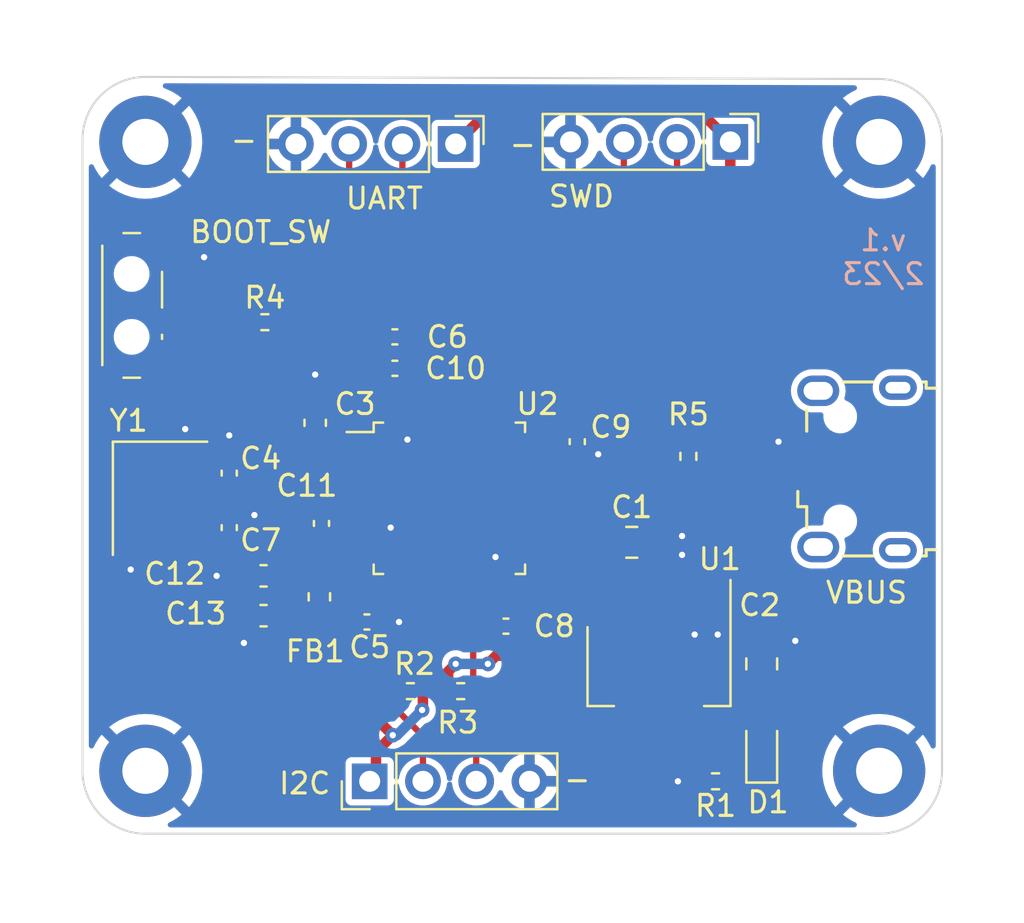
<source format=kicad_pcb>
(kicad_pcb (version 20211014) (generator pcbnew)
  (layers (0 "F.Cu" signal) (31 "B.Cu" power) (34 "B.Paste" user) (35 "F.Paste" user) (36 "B.SilkS" user "B.Silkscreen") (37 "F.SilkS" user "F.Silkscreen") (38 "B.Mask" user) (39 "F.Mask" user) (44 "Edge.Cuts" user))
  (net 0 "")
  (net 1 "VBUS")
  (net 2 "GND")
  (net 3 "+3V3")
  (net 4 "/HSE_IN")
  (net 5 "/NRST")
  (net 6 "/HSE_OUT")
  (net 7 "+3.3VA")
  (net 8 "/POWER_LED_K")
  (net 9 "/UART1_TX")
  (net 10 "/UART1_RX")
  (net 11 "/I2C2_SCL")
  (net 12 "/I2C2_SDA")
  (net 13 "/SWDIO")
  (net 14 "/SWCLK")
  (net 15 "/USB_D-")
  (net 16 "/USB_D+")
  (net 19 "/SW_BOOT0")
  (net 20 "/BOOT0")
  (footprint "Capacitor_SMD:C_0402_1005Metric_Pad0.74x0.62mm_HandSolder" (layer "F.Cu") (at 140.6 79.3 -90)
    (fp_text reference "C9" (at -0.7 -1.6 180) (layer "F.SilkS"))
    (fp_text value "100nF")
    (fp_line (start -0.115835 -0.36) (end 0.115835 -0.36) (layer "F.SilkS") (width 0.12))
    (fp_line (start -0.115835 0.36) (end 0.115835 0.36) (layer "F.SilkS") (width 0.12))
    (pad "1" smd roundrect (at -0.5675 0 270) (size 0.735 0.62) (layers "F.Cu" "F.Paste" "F.Mask") (net 3 "+3V3"))
    (pad "2" smd roundrect (at 0.5675 0 270) (size 0.735 0.62) (layers "F.Cu" "F.Paste" "F.Mask") (net 2 "GND"))
  )
  (footprint "Package_QFP:LQFP-48_7x7mm_P0.5mm" (layer "F.Cu") (at 134.5 82)
    (fp_text reference "U2" (at 4.2 -4.5) (layer "F.SilkS"))
    (fp_text value "STM32F103C8T6")
    (fp_line (start 3.16 3.61) (end 3.61 3.61) (layer "F.SilkS") (width 0.12))
    (fp_line (start 3.61 3.61) (end 3.61 3.16) (layer "F.SilkS") (width 0.12))
    (fp_line (start 3.61 -3.61) (end 3.61 -3.16) (layer "F.SilkS") (width 0.12))
    (fp_line (start -3.61 3.61) (end -3.61 3.16) (layer "F.SilkS") (width 0.12))
    (fp_line (start -3.16 -3.61) (end -3.61 -3.61) (layer "F.SilkS") (width 0.12))
    (fp_line (start -3.61 -3.16) (end -4.9 -3.16) (layer "F.SilkS") (width 0.12))
    (fp_line (start 3.16 -3.61) (end 3.61 -3.61) (layer "F.SilkS") (width 0.12))
    (fp_line (start -3.61 -3.61) (end -3.61 -3.16) (layer "F.SilkS") (width 0.12))
    (fp_line (start -3.16 3.61) (end -3.61 3.61) (layer "F.SilkS") (width 0.12))
    (pad "1" smd roundrect (at -4.1625 -2.75) (size 1.475 0.3) (layers "F.Cu" "F.Paste" "F.Mask") (net 3 "+3V3"))
    (pad "2" smd roundrect (at -4.1625 -2.25) (size 1.475 0.3) (layers "F.Cu" "F.Paste" "F.Mask"))
    (pad "3" smd roundrect (at -4.1625 -1.75) (size 1.475 0.3) (layers "F.Cu" "F.Paste" "F.Mask"))
    (pad "4" smd roundrect (at -4.1625 -1.25) (size 1.475 0.3) (layers "F.Cu" "F.Paste" "F.Mask"))
    (pad "5" smd roundrect (at -4.1625 -0.75) (size 1.475 0.3) (layers "F.Cu" "F.Paste" "F.Mask") (net 4 "/HSE_IN"))
    (pad "6" smd roundrect (at -4.1625 -0.25) (size 1.475 0.3) (layers "F.Cu" "F.Paste" "F.Mask") (net 6 "/HSE_OUT"))
    (pad "7" smd roundrect (at -4.1625 0.25) (size 1.475 0.3) (layers "F.Cu" "F.Paste" "F.Mask") (net 5 "/NRST"))
    (pad "8" smd roundrect (at -4.1625 0.75) (size 1.475 0.3) (layers "F.Cu" "F.Paste" "F.Mask") (net 2 "GND"))
    (pad "9" smd roundrect (at -4.1625 1.25) (size 1.475 0.3) (layers "F.Cu" "F.Paste" "F.Mask") (net 7 "+3.3VA"))
    (pad "10" smd roundrect (at -4.1625 1.75) (size 1.475 0.3) (layers "F.Cu" "F.Paste" "F.Mask"))
    (pad "11" smd roundrect (at -4.1625 2.25) (size 1.475 0.3) (layers "F.Cu" "F.Paste" "F.Mask"))
    (pad "12" smd roundrect (at -4.1625 2.75) (size 1.475 0.3) (layers "F.Cu" "F.Paste" "F.Mask"))
    (pad "13" smd roundrect (at -2.75 4.1625) (size 0.3 1.475) (layers "F.Cu" "F.Paste" "F.Mask"))
    (pad "14" smd roundrect (at -2.25 4.1625) (size 0.3 1.475) (layers "F.Cu" "F.Paste" "F.Mask"))
    (pad "15" smd roundrect (at -1.75 4.1625) (size 0.3 1.475) (layers "F.Cu" "F.Paste" "F.Mask"))
    (pad "16" smd roundrect (at -1.25 4.1625) (size 0.3 1.475) (layers "F.Cu" "F.Paste" "F.Mask"))
    (pad "17" smd roundrect (at -0.75 4.1625) (size 0.3 1.475) (layers "F.Cu" "F.Paste" "F.Mask"))
    (pad "18" smd roundrect (at -0.25 4.1625) (size 0.3 1.475) (layers "F.Cu" "F.Paste" "F.Mask"))
    (pad "19" smd roundrect (at 0.25 4.1625) (size 0.3 1.475) (layers "F.Cu" "F.Paste" "F.Mask"))
    (pad "20" smd roundrect (at 0.75 4.1625) (size 0.3 1.475) (layers "F.Cu" "F.Paste" "F.Mask"))
    (pad "21" smd roundrect (at 1.25 4.1625) (size 0.3 1.475) (layers "F.Cu" "F.Paste" "F.Mask") (net 11 "/I2C2_SCL"))
    (pad "22" smd roundrect (at 1.75 4.1625) (size 0.3 1.475) (layers "F.Cu" "F.Paste" "F.Mask") (net 12 "/I2C2_SDA"))
    (pad "23" smd roundrect (at 2.25 4.1625) (size 0.3 1.475) (layers "F.Cu" "F.Paste" "F.Mask") (net 2 "GND"))
    (pad "24" smd roundrect (at 2.75 4.1625) (size 0.3 1.475) (layers "F.Cu" "F.Paste" "F.Mask") (net 3 "+3V3"))
    (pad "25" smd roundrect (at 4.1625 2.75) (size 1.475 0.3) (layers "F.Cu" "F.Paste" "F.Mask"))
    (pad "26" smd roundrect (at 4.1625 2.25) (size 1.475 0.3) (layers "F.Cu" "F.Paste" "F.Mask"))
    (pad "27" smd roundrect (at 4.1625 1.75) (size 1.475 0.3) (layers "F.Cu" "F.Paste" "F.Mask"))
    (pad "28" smd roundrect (at 4.1625 1.25) (size 1.475 0.3) (layers "F.Cu" "F.Paste" "F.Mask"))
    (pad "29" smd roundrect (at 4.1625 0.75) (size 1.475 0.3) (layers "F.Cu" "F.Paste" "F.Mask"))
    (pad "30" smd roundrect (at 4.1625 0.25) (size 1.475 0.3) (layers "F.Cu" "F.Paste" "F.Mask"))
    (pad "31" smd roundrect (at 4.1625 -0.25) (size 1.475 0.3) (layers "F.Cu" "F.Paste" "F.Mask"))
    (pad "32" smd roundrect (at 4.1625 -0.75) (size 1.475 0.3) (layers "F.Cu" "F.Paste" "F.Mask") (net 15 "/USB_D-"))
    (pad "33" smd roundrect (at 4.1625 -1.25) (size 1.475 0.3) (layers "F.Cu" "F.Paste" "F.Mask") (net 16 "/USB_D+"))
    (pad "34" smd roundrect (at 4.1625 -1.75) (size 1.475 0.3) (layers "F.Cu" "F.Paste" "F.Mask") (net 13 "/SWDIO"))
    (pad "35" smd roundrect (at 4.1625 -2.25) (size 1.475 0.3) (layers "F.Cu" "F.Paste" "F.Mask") (net 2 "GND"))
    (pad "36" smd roundrect (at 4.1625 -2.75) (size 1.475 0.3) (layers "F.Cu" "F.Paste" "F.Mask") (net 3 "+3V3"))
    (pad "37" smd roundrect (at 2.75 -4.1625) (size 0.3 1.475) (layers "F.Cu" "F.Paste" "F.Mask") (net 14 "/SWCLK"))
    (pad "38" smd roundrect (at 2.25 -4.1625) (size 0.3 1.475) (layers "F.Cu" "F.Paste" "F.Mask"))
    (pad "39" smd roundrect (at 1.75 -4.1625) (size 0.3 1.475) (layers "F.Cu" "F.Paste" "F.Mask"))
    (pad "40" smd roundrect (at 1.25 -4.1625) (size 0.3 1.475) (layers "F.Cu" "F.Paste" "F.Mask"))
    (pad "41" smd roundrect (at 0.75 -4.1625) (size 0.3 1.475) (layers "F.Cu" "F.Paste" "F.Mask"))
    (pad "42" smd roundrect (at 0.25 -4.1625) (size 0.3 1.475) (layers "F.Cu" "F.Paste" "F.Mask") (net 9 "/UART1_TX"))
    (pad "43" smd roundrect (at -0.25 -4.1625) (size 0.3 1.475) (layers "F.Cu" "F.Paste" "F.Mask") (net 10 "/UART1_RX"))
    (pad "44" smd roundrect (at -0.75 -4.1625) (size 0.3 1.475) (layers "F.Cu" "F.Paste" "F.Mask") (net 20 "/BOOT0"))
    (pad "45" smd roundrect (at -1.25 -4.1625) (size 0.3 1.475) (layers "F.Cu" "F.Paste" "F.Mask"))
    (pad "46" smd roundrect (at -1.75 -4.1625) (size 0.3 1.475) (layers "F.Cu" "F.Paste" "F.Mask"))
    (pad "47" smd roundrect (at -2.25 -4.1625) (size 0.3 1.475) (layers "F.Cu" "F.Paste" "F.Mask") (net 2 "GND"))
    (pad "48" smd roundrect (at -2.75 -4.1625) (size 0.3 1.475) (layers "F.Cu" "F.Paste" "F.Mask") (net 3 "+3V3"))
  )
  (footprint "Connector_PinHeader_2.54mm:PinHeader_1x04_P2.54mm_Vertical" (layer "F.Cu") (at 134.8 65.1 -90)
    (fp_text reference "J1")
    (fp_text value "Conn_01x04_Male")
    (fp_line (start -1.33 -1.33) (end 0 -1.33) (layer "F.SilkS") (width 0.12))
    (fp_line (start -1.33 0) (end -1.33 -1.33) (layer "F.SilkS") (width 0.12))
    (fp_line (start -1.33 8.95) (end 1.33 8.95) (layer "F.SilkS") (width 0.12))
    (fp_line (start -1.33 1.27) (end -1.33 8.95) (layer "F.SilkS") (width 0.12))
    (fp_line (start -1.33 1.27) (end 1.33 1.27) (layer "F.SilkS") (width 0.12))
    (fp_line (start 1.33 1.27) (end 1.33 8.95) (layer "F.SilkS") (width 0.12))
    (pad "1" thru_hole rect (at 0 0 270) (size 1.7 1.7) (drill 1) (layers *.Cu *.Mask) (net 3 "+3V3"))
    (pad "2" thru_hole oval (at 0 2.54 270) (size 1.7 1.7) (drill 1) (layers *.Cu *.Mask) (net 9 "/UART1_TX"))
    (pad "3" thru_hole oval (at 0 5.08 270) (size 1.7 1.7) (drill 1) (layers *.Cu *.Mask) (net 10 "/UART1_RX"))
    (pad "4" thru_hole oval (at 0 7.62 270) (size 1.7 1.7) (drill 1) (layers *.Cu *.Mask) (net 2 "GND"))
  )
  (footprint "MountingHole:MountingHole_2.2mm_M2_Pad" (layer "F.Cu") (at 155 95)
    (fp_text reference "H4")
    (fp_text value "MountingHole_Pad")
    (pad "1" thru_hole circle (at 0 0) (size 4.4 4.4) (drill 2.2) (layers *.Cu *.Mask) (net 2 "GND"))
  )
  (footprint "Capacitor_SMD:C_0603_1608Metric_Pad1.08x0.95mm_HandSolder" (layer "F.Cu") (at 125.6375 87.6 180)
    (fp_text reference "C13" (at 3.2375 0.1) (layer "F.SilkS"))
    (fp_text value "1uF")
    (fp_line (start -0.146267 -0.51) (end 0.146267 -0.51) (layer "F.SilkS") (width 0.12))
    (fp_line (start -0.146267 0.51) (end 0.146267 0.51) (layer "F.SilkS") (width 0.12))
    (pad "1" smd roundrect (at -0.8625 0 180) (size 1.075 0.95) (layers "F.Cu" "F.Paste" "F.Mask") (net 3 "+3V3"))
    (pad "2" smd roundrect (at 0.8625 0 180) (size 1.075 0.95) (layers "F.Cu" "F.Paste" "F.Mask") (net 2 "GND"))
  )
  (footprint "Capacitor_SMD:C_0402_1005Metric_Pad0.74x0.62mm_HandSolder" (layer "F.Cu") (at 131.9 75.8)
    (fp_text reference "C10" (at 2.9 0) (layer "F.SilkS"))
    (fp_text value "100nF")
    (fp_line (start -0.115835 0.36) (end 0.115835 0.36) (layer "F.SilkS") (width 0.12))
    (fp_line (start -0.115835 -0.36) (end 0.115835 -0.36) (layer "F.SilkS") (width 0.12))
    (pad "1" smd roundrect (at -0.5675 0) (size 0.735 0.62) (layers "F.Cu" "F.Paste" "F.Mask") (net 3 "+3V3"))
    (pad "2" smd roundrect (at 0.5675 0) (size 0.735 0.62) (layers "F.Cu" "F.Paste" "F.Mask") (net 2 "GND"))
  )
  (footprint "Capacitor_SMD:C_0402_1005Metric_Pad0.74x0.62mm_HandSolder" (layer "F.Cu") (at 130.5675 87.9)
    (fp_text reference "C5" (at 0.1325 1.2) (layer "F.SilkS"))
    (fp_text value "100nF")
    (fp_line (start -0.115835 0.36) (end 0.115835 0.36) (layer "F.SilkS") (width 0.12))
    (fp_line (start -0.115835 -0.36) (end 0.115835 -0.36) (layer "F.SilkS") (width 0.12))
    (pad "1" smd roundrect (at -0.5675 0) (size 0.735 0.62) (layers "F.Cu" "F.Paste" "F.Mask") (net 5 "/NRST"))
    (pad "2" smd roundrect (at 0.5675 0) (size 0.735 0.62) (layers "F.Cu" "F.Paste" "F.Mask") (net 2 "GND"))
  )
  (footprint "Button_Switch_SMD:SW_SPDT_PCM12" (layer "F.Cu") (at 119.675 72.8 -90)
    (fp_text reference "SW1")
    (fp_text value "SW_SPDT")
    (fp_line (start -3.45 -0.07) (end -3.45 0.72) (layer "F.SilkS") (width 0.12))
    (fp_line (start 1.4 -1.12) (end 1.6 -1.12) (layer "F.SilkS") (width 0.12))
    (fp_line (start -2.85 1.73) (end 2.85 1.73) (layer "F.SilkS") (width 0.12))
    (fp_line (start 3.45 0.72) (end 3.45 -0.07) (layer "F.SilkS") (width 0.12))
    (fp_line (start -1.6 -1.12) (end 0.1 -1.12) (layer "F.SilkS") (width 0.12))
    (pad "" smd rect (at -3.65 -0.78 270) (size 1 0.8) (layers "F.Cu" "F.Paste" "F.Mask"))
    (pad "" smd rect (at -3.65 1.43 270) (size 1 0.8) (layers "F.Cu" "F.Paste" "F.Mask"))
    (pad "" np_thru_hole circle (at 1.5 0.33 270) (size 0.9 0.9) (drill 0.9) (layers *.Cu *.Mask))
    (pad "" np_thru_hole circle (at -1.5 0.33 270) (size 0.9 0.9) (drill 0.9) (layers *.Cu *.Mask))
    (pad "" smd rect (at 3.65 1.43 270) (size 1 0.8) (layers "F.Cu" "F.Paste" "F.Mask"))
    (pad "" smd rect (at 3.65 -0.78 270) (size 1 0.8) (layers "F.Cu" "F.Paste" "F.Mask"))
    (pad "1" smd rect (at -2.25 -1.43 270) (size 0.7 1.5) (layers "F.Cu" "F.Paste" "F.Mask") (net 2 "GND"))
    (pad "2" smd rect (at 0.75 -1.43 270) (size 0.7 1.5) (layers "F.Cu" "F.Paste" "F.Mask") (net 19 "/SW_BOOT0"))
    (pad "3" smd rect (at 2.25 -1.43 270) (size 0.7 1.5) (layers "F.Cu" "F.Paste" "F.Mask") (net 3 "+3V3"))
  )
  (footprint "Connector_PinHeader_2.54mm:PinHeader_1x04_P2.54mm_Vertical" (layer "F.Cu") (at 130.7 95.5 90)
    (fp_text reference "J2")
    (fp_text value "Conn_01x04_Male")
    (fp_line (start -1.33 8.95) (end 1.33 8.95) (layer "F.SilkS") (width 0.12))
    (fp_line (start -1.33 1.27) (end -1.33 8.95) (layer "F.SilkS") (width 0.12))
    (fp_line (start -1.33 1.27) (end 1.33 1.27) (layer "F.SilkS") (width 0.12))
    (fp_line (start 1.33 1.27) (end 1.33 8.95) (layer "F.SilkS") (width 0.12))
    (fp_line (start -1.33 0) (end -1.33 -1.33) (layer "F.SilkS") (width 0.12))
    (fp_line (start -1.33 -1.33) (end 0 -1.33) (layer "F.SilkS") (width 0.12))
    (pad "1" thru_hole rect (at 0 0 90) (size 1.7 1.7) (drill 1) (layers *.Cu *.Mask) (net 3 "+3V3"))
    (pad "2" thru_hole oval (at 0 2.54 90) (size 1.7 1.7) (drill 1) (layers *.Cu *.Mask) (net 11 "/I2C2_SCL"))
    (pad "3" thru_hole oval (at 0 5.08 90) (size 1.7 1.7) (drill 1) (layers *.Cu *.Mask) (net 12 "/I2C2_SDA"))
    (pad "4" thru_hole oval (at 0 7.62 90) (size 1.7 1.7) (drill 1) (layers *.Cu *.Mask) (net 2 "GND"))
  )
  (footprint "Capacitor_SMD:C_0603_1608Metric_Pad1.08x0.95mm_HandSolder" (layer "F.Cu") (at 125.6375 85.7 180)
    (fp_text reference "C12" (at 4.2375 0.1) (layer "F.SilkS"))
    (fp_text value "1uF")
    (fp_line (start -0.146267 -0.51) (end 0.146267 -0.51) (layer "F.SilkS") (width 0.12))
    (fp_line (start -0.146267 0.51) (end 0.146267 0.51) (layer "F.SilkS") (width 0.12))
    (pad "1" smd roundrect (at -0.8625 0 180) (size 1.075 0.95) (layers "F.Cu" "F.Paste" "F.Mask") (net 7 "+3.3VA"))
    (pad "2" smd roundrect (at 0.8625 0 180) (size 1.075 0.95) (layers "F.Cu" "F.Paste" "F.Mask") (net 2 "GND"))
  )
  (footprint "Capacitor_SMD:C_0402_1005Metric_Pad0.74x0.62mm_HandSolder" (layer "F.Cu") (at 137.2 88.1 180)
    (fp_text reference "C8" (at -2.3 0) (layer "F.SilkS"))
    (fp_text value "100nF")
    (fp_line (start -0.115835 -0.36) (end 0.115835 -0.36) (layer "F.SilkS") (width 0.12))
    (fp_line (start -0.115835 0.36) (end 0.115835 0.36) (layer "F.SilkS") (width 0.12))
    (pad "1" smd roundrect (at -0.5675 0 180) (size 0.735 0.62) (layers "F.Cu" "F.Paste" "F.Mask") (net 3 "+3V3"))
    (pad "2" smd roundrect (at 0.5675 0 180) (size 0.735 0.62) (layers "F.Cu" "F.Paste" "F.Mask") (net 2 "GND"))
  )
  (footprint "Resistor_SMD:R_0402_1005Metric_Pad0.72x0.64mm_HandSolder" (layer "F.Cu") (at 135.04 91.2)
    (fp_text reference "R3" (at -0.14 1.5) (layer "F.SilkS"))
    (fp_text value "1.5k")
    (fp_line (start -0.167621 -0.38) (end 0.167621 -0.38) (layer "F.SilkS") (width 0.12))
    (fp_line (start -0.167621 0.38) (end 0.167621 0.38) (layer "F.SilkS") (width 0.12))
    (pad "1" smd roundrect (at -0.5975 0) (size 0.715 0.64) (layers "F.Cu" "F.Paste" "F.Mask") (net 3 "+3V3"))
    (pad "2" smd roundrect (at 0.5975 0) (size 0.715 0.64) (layers "F.Cu" "F.Paste" "F.Mask") (net 12 "/I2C2_SDA"))
  )
  (footprint "Inductor_SMD:L_0603_1608Metric_Pad1.05x0.95mm_HandSolder" (layer "F.Cu") (at 128.3 86.7 -90)
    (fp_text reference "FB1" (at 2.6 0.2) (layer "F.SilkS"))
    (fp_text value "120R")
    (fp_line (start -0.171267 0.51) (end 0.171267 0.51) (layer "F.SilkS") (width 0.12))
    (fp_line (start -0.171267 -0.51) (end 0.171267 -0.51) (layer "F.SilkS") (width 0.12))
    (pad "1" smd roundrect (at -0.875 0 270) (size 1.05 0.95) (layers "F.Cu" "F.Paste" "F.Mask") (net 7 "+3.3VA"))
    (pad "2" smd roundrect (at 0.875 0 270) (size 1.05 0.95) (layers "F.Cu" "F.Paste" "F.Mask") (net 3 "+3V3"))
  )
  (footprint "Crystal:Crystal_SMD_3225-4Pin_3.2x2.5mm_HandSoldering" (layer "F.Cu") (at 120.7 82 -90)
    (fp_text reference "Y1" (at -3.7 1.5 180) (layer "F.SilkS"))
    (fp_text value "16MHz")
    (fp_line (start -2.7 2.25) (end 2.7 2.25) (layer "F.SilkS") (width 0.12))
    (fp_line (start -2.7 -2.25) (end -2.7 2.25) (layer "F.SilkS") (width 0.12))
    (pad "1" smd rect (at -1.45 1.15 270) (size 2.1 1.8) (layers "F.Cu" "F.Paste" "F.Mask") (net 4 "/HSE_IN"))
    (pad "2" smd rect (at 1.45 1.15 270) (size 2.1 1.8) (layers "F.Cu" "F.Paste" "F.Mask") (net 2 "GND"))
    (pad "3" smd rect (at 1.45 -1.15 270) (size 2.1 1.8) (layers "F.Cu" "F.Paste" "F.Mask") (net 6 "/HSE_OUT"))
    (pad "4" smd rect (at -1.45 -1.15 270) (size 2.1 1.8) (layers "F.Cu" "F.Paste" "F.Mask") (net 2 "GND"))
  )
  (footprint "Resistor_SMD:R_0402_1005Metric_Pad0.72x0.64mm_HandSolder" (layer "F.Cu") (at 132.64 91.2 180)
    (fp_text reference "R2" (at -0.2 1.3) (layer "F.SilkS"))
    (fp_text value "1.5k")
    (fp_line (start -0.167621 -0.38) (end 0.167621 -0.38) (layer "F.SilkS") (width 0.12))
    (fp_line (start -0.167621 0.38) (end 0.167621 0.38) (layer "F.SilkS") (width 0.12))
    (pad "1" smd roundrect (at -0.5975 0 180) (size 0.715 0.64) (layers "F.Cu" "F.Paste" "F.Mask") (net 3 "+3V3"))
    (pad "2" smd roundrect (at 0.5975 0 180) (size 0.715 0.64) (layers "F.Cu" "F.Paste" "F.Mask") (net 11 "/I2C2_SCL"))
  )
  (footprint "Capacitor_SMD:C_0603_1608Metric_Pad1.08x0.95mm_HandSolder" (layer "F.Cu") (at 128.1 78.4 90)
    (fp_text reference "C3" (at 0.9 1.9 180) (layer "F.SilkS"))
    (fp_text value "10uF")
    (fp_line (start -0.146267 -0.51) (end 0.146267 -0.51) (layer "F.SilkS") (width 0.12))
    (fp_line (start -0.146267 0.51) (end 0.146267 0.51) (layer "F.SilkS") (width 0.12))
    (pad "1" smd roundrect (at -0.8625 0 90) (size 1.075 0.95) (layers "F.Cu" "F.Paste" "F.Mask") (net 3 "+3V3"))
    (pad "2" smd roundrect (at 0.8625 0 90) (size 1.075 0.95) (layers "F.Cu" "F.Paste" "F.Mask") (net 2 "GND"))
  )
  (footprint "Capacitor_SMD:C_0402_1005Metric_Pad0.74x0.62mm_HandSolder" (layer "F.Cu") (at 124 80.8 90)
    (fp_text reference "C4" (at 0.7 1.5 180) (layer "F.SilkS"))
    (fp_text value "10pF")
    (fp_line (start -0.115835 -0.36) (end 0.115835 -0.36) (layer "F.SilkS") (width 0.12))
    (fp_line (start -0.115835 0.36) (end 0.115835 0.36) (layer "F.SilkS") (width 0.12))
    (pad "1" smd roundrect (at -0.5675 0 90) (size 0.735 0.62) (layers "F.Cu" "F.Paste" "F.Mask") (net 4 "/HSE_IN"))
    (pad "2" smd roundrect (at 0.5675 0 90) (size 0.735 0.62) (layers "F.Cu" "F.Paste" "F.Mask") (net 2 "GND"))
  )
  (footprint "Connector_PinHeader_2.54mm:PinHeader_1x04_P2.54mm_Vertical" (layer "F.Cu") (at 147.9 65 -90)
    (fp_text reference "J3")
    (fp_text value "Conn_01x04_Male")
    (fp_line (start 1.33 1.27) (end 1.33 8.95) (layer "F.SilkS") (width 0.12))
    (fp_line (start -1.33 1.27) (end 1.33 1.27) (layer "F.SilkS") (width 0.12))
    (fp_line (start -1.33 -1.33) (end 0 -1.33) (layer "F.SilkS") (width 0.12))
    (fp_line (start -1.33 1.27) (end -1.33 8.95) (layer "F.SilkS") (width 0.12))
    (fp_line (start -1.33 0) (end -1.33 -1.33) (layer "F.SilkS") (width 0.12))
    (fp_line (start -1.33 8.95) (end 1.33 8.95) (layer "F.SilkS") (width 0.12))
    (pad "1" thru_hole rect (at 0 0 270) (size 1.7 1.7) (drill 1) (layers *.Cu *.Mask) (net 3 "+3V3"))
    (pad "2" thru_hole oval (at 0 2.54 270) (size 1.7 1.7) (drill 1) (layers *.Cu *.Mask) (net 13 "/SWDIO"))
    (pad "3" thru_hole oval (at 0 5.08 270) (size 1.7 1.7) (drill 1) (layers *.Cu *.Mask) (net 14 "/SWCLK"))
    (pad "4" thru_hole oval (at 0 7.62 270) (size 1.7 1.7) (drill 1) (layers *.Cu *.Mask) (net 2 "GND"))
  )
  (footprint "Package_TO_SOT_SMD:SOT-223-3_TabPin2" (layer "F.Cu") (at 144.5 90 -90)
    (fp_text reference "U1" (at -5.1 -2.9 180) (layer "F.SilkS"))
    (fp_text value "AMS1117-3.3")
    (fp_line (start 1.91 -3.41) (end 1.91 -2.15) (layer "F.SilkS") (width 0.12))
    (fp_line (start -1.85 3.41) (end 1.91 3.41) (layer "F.SilkS") (width 0.12))
    (fp_line (start 1.91 3.41) (end 1.91 2.15) (layer "F.SilkS") (width 0.12))
    (fp_line (start -4.1 -3.41) (end 1.91 -3.41) (layer "F.SilkS") (width 0.12))
    (pad "1" smd rect (at -3.15 -2.3 270) (size 2 1.5) (layers "F.Cu" "F.Paste" "F.Mask") (net 2 "GND"))
    (pad "2" smd rect (at 3.15 0 270) (size 2 3.8) (layers "F.Cu" "F.Paste" "F.Mask") (net 3 "+3V3"))
    (pad "2" smd rect (at -3.15 0 270) (size 2 1.5) (layers "F.Cu" "F.Paste" "F.Mask") (net 3 "+3V3"))
    (pad "3" smd rect (at -3.15 2.3 270) (size 2 1.5) (layers "F.Cu" "F.Paste" "F.Mask") (net 1 "VBUS"))
  )
  (footprint "Resistor_SMD:R_0402_1005Metric_Pad0.72x0.64mm_HandSolder" (layer "F.Cu") (at 147.1975 95.5 180)
    (fp_text reference "R1" (at 0 -1.17) (layer "F.SilkS"))
    (fp_text value "1.5k")
    (fp_line (start -0.167621 -0.38) (end 0.167621 -0.38) (layer "F.SilkS") (width 0.12))
    (fp_line (start -0.167621 0.38) (end 0.167621 0.38) (layer "F.SilkS") (width 0.12))
    (pad "1" smd roundrect (at -0.5975 0 180) (size 0.715 0.64) (layers "F.Cu" "F.Paste" "F.Mask") (net 8 "/POWER_LED_K"))
    (pad "2" smd roundrect (at 0.5975 0 180) (size 0.715 0.64) (layers "F.Cu" "F.Paste" "F.Mask") (net 2 "GND"))
  )
  (footprint "MountingHole:MountingHole_2.2mm_M2_Pad" (layer "F.Cu") (at 155 65)
    (fp_text reference "H1")
    (fp_text value "MountingHole_Pad")
    (pad "1" thru_hole circle (at 0 0) (size 4.4 4.4) (drill 2.2) (layers *.Cu *.Mask) (net 2 "GND"))
  )
  (footprint "Capacitor_SMD:C_0402_1005Metric_Pad0.74x0.62mm_HandSolder" (layer "F.Cu") (at 131.9 74.3)
    (fp_text reference "C6" (at 2.5 0) (layer "F.SilkS"))
    (fp_text value "100nF")
    (fp_line (start -0.115835 0.36) (end 0.115835 0.36) (layer "F.SilkS") (width 0.12))
    (fp_line (start -0.115835 -0.36) (end 0.115835 -0.36) (layer "F.SilkS") (width 0.12))
    (pad "1" smd roundrect (at -0.5675 0) (size 0.735 0.62) (layers "F.Cu" "F.Paste" "F.Mask") (net 3 "+3V3"))
    (pad "2" smd roundrect (at 0.5675 0) (size 0.735 0.62) (layers "F.Cu" "F.Paste" "F.Mask") (net 2 "GND"))
  )
  (footprint "Capacitor_SMD:C_0805_2012Metric_Pad1.18x1.45mm_HandSolder" (layer "F.Cu") (at 149.4 89.9 90)
    (fp_text reference "C2" (at 2.8 -0.1 180) (layer "F.SilkS"))
    (fp_text value "22uF")
    (fp_line (start -0.261252 -0.735) (end 0.261252 -0.735) (layer "F.SilkS") (width 0.12))
    (fp_line (start -0.261252 0.735) (end 0.261252 0.735) (layer "F.SilkS") (width 0.12))
    (pad "1" smd roundrect (at -1.0375 0 90) (size 1.175 1.45) (layers "F.Cu" "F.Paste" "F.Mask") (roundrect_rratio 0.2127659574) (net 3 "+3V3"))
    (pad "2" smd roundrect (at 1.0375 0 90) (size 1.175 1.45) (layers "F.Cu" "F.Paste" "F.Mask") (roundrect_rratio 0.2127659574) (net 2 "GND"))
  )
  (footprint "MountingHole:MountingHole_2.2mm_M2_Pad" (layer "F.Cu") (at 120 65)
    (fp_text reference "H2")
    (fp_text value "MountingHole_Pad")
    (pad "1" thru_hole circle (at 0 0) (size 4.4 4.4) (drill 2.2) (layers *.Cu *.Mask) (net 2 "GND"))
  )
  (footprint "Connector_USB:USB_Micro-B_Wuerth_629105150521" (layer "F.Cu") (at 153.945 80.6 90)
    (fp_text reference "J4")
    (fp_text value "USB_B_Micro")
    (fp_line (start -4.15 3.3) (end -3.85 3.3) (layer "F.SilkS") (width 0.15))
    (fp_line (start -1.8 -2.4) (end -2.8 -2.4) (layer "F.SilkS") (width 0.15))
    (fp_line (start 1.8 -2.4) (end 2.8 -2.4) (layer "F.SilkS") (width 0.15))
    (fp_line (start -1.8 -2.825) (end -1.8 -2.4) (layer "F.SilkS") (width 0.15))
    (fp_line (start -4.15 -0.65) (end -4.15 0.75) (layer "F.SilkS") (width 0.15))
    (fp_line (start 3.85 3.3) (end 4.15 3.3) (layer "F.SilkS") (width 0.15))
    (fp_line (start -3.85 3.3) (end -3.85 3.75) (layer "F.SilkS") (width 0.15))
    (fp_line (start 4.15 0.75) (end 4.15 -0.65) (layer "F.SilkS") (width 0.15))
    (fp_line (start -1.075 -2.825) (end -1.8 -2.825) (layer "F.SilkS") (width 0.15))
    (fp_line (start 3.85 3.75) (end 3.85 3.3) (layer "F.SilkS") (width 0.15))
    (fp_line (start -4.15 3.15) (end -4.15 3.3) (layer "F.SilkS") (width 0.15))
    (fp_line (start 4.15 3.3) (end 4.15 3.15) (layer "F.SilkS") (width 0.15))
    (pad "" np_thru_hole oval (at 2.5 -0.8 90) (size 0.8 0.8) (drill 0.8) (layers *.Cu *.Mask))
    (pad "" np_thru_hole oval (at -2.5 -0.8 90) (size 0.8 0.8) (drill 0.8) (layers *.Cu *.Mask))
    (pad "1" smd rect (at -1.3 -1.9 90) (size 0.45 1.3) (layers "F.Cu" "F.Paste" "F.Mask") (net 1 "VBUS"))
    (pad "2" smd rect (at -0.65 -1.9 90) (size 0.45 1.3) (layers "F.Cu" "F.Paste" "F.Mask") (net 15 "/USB_D-"))
    (pad "3" smd rect (at 0 -1.9 90) (size 0.45 1.3) (layers "F.Cu" "F.Paste" "F.Mask") (net 16 "/USB_D+"))
    (pad "4" smd rect (at 0.65 -1.9 90) (size 0.45 1.3) (layers "F.Cu" "F.Paste" "F.Mask"))
    (pad "5" smd rect (at 1.3 -1.9 90) (size 0.45 1.3) (layers "F.Cu" "F.Paste" "F.Mask") (net 2 "GND"))
    (pad "6" thru_hole oval (at 3.875 1.95 90) (size 1.15 1.8) (drill oval 0.55 1.2) (layers *.Cu *.Mask))
    (pad "6" thru_hole oval (at 3.725 -1.85 90) (size 1.45 2) (drill oval 0.85 1.4) (layers *.Cu *.Mask))
    (pad "6" thru_hole oval (at -3.725 -1.85 90) (size 1.45 2) (drill oval 0.85 1.4) (layers *.Cu *.Mask))
    (pad "6" thru_hole oval (at -3.875 1.95 90) (size 1.15 1.8) (drill oval 0.55 1.2) (layers *.Cu *.Mask))
  )
  (footprint "Resistor_SMD:R_0402_1005Metric_Pad0.72x0.64mm_HandSolder" (layer "F.Cu") (at 125.7 73.6)
    (fp_text reference "R4" (at 0 -1.17) (layer "F.SilkS"))
    (fp_text value "10k")
    (fp_line (start -0.167621 -0.38) (end 0.167621 -0.38) (layer "F.SilkS") (width 0.12))
    (fp_line (start -0.167621 0.38) (end 0.167621 0.38) (layer "F.SilkS") (width 0.12))
    (pad "1" smd roundrect (at -0.5975 0) (size 0.715 0.64) (layers "F.Cu" "F.Paste" "F.Mask") (net 19 "/SW_BOOT0"))
    (pad "2" smd roundrect (at 0.5975 0) (size 0.715 0.64) (layers "F.Cu" "F.Paste" "F.Mask") (net 20 "/BOOT0"))
  )
  (footprint "Capacitor_SMD:C_0402_1005Metric_Pad0.74x0.62mm_HandSolder" (layer "F.Cu") (at 124 83.4 90)
    (fp_text reference "C7" (at -0.6 1.5 180) (layer "F.SilkS"))
    (fp_text value "10pF")
    (fp_line (start -0.115835 -0.36) (end 0.115835 -0.36) (layer "F.SilkS") (width 0.12))
    (fp_line (start -0.115835 0.36) (end 0.115835 0.36) (layer "F.SilkS") (width 0.12))
    (pad "1" smd roundrect (at -0.5675 0 90) (size 0.735 0.62) (layers "F.Cu" "F.Paste" "F.Mask") (net 6 "/HSE_OUT"))
    (pad "2" smd roundrect (at 0.5675 0 90) (size 0.735 0.62) (layers "F.Cu" "F.Paste" "F.Mask") (net 2 "GND"))
  )
  (footprint "Capacitor_SMD:C_0402_1005Metric_Pad0.74x0.62mm_HandSolder" (layer "F.Cu") (at 128.4 83.2 90)
    (fp_text reference "C11" (at 1.8 -0.7 180) (layer "F.SilkS"))
    (fp_text value "10nF")
    (fp_line (start -0.115835 -0.36) (end 0.115835 -0.36) (layer "F.SilkS") (width 0.12))
    (fp_line (start -0.115835 0.36) (end 0.115835 0.36) (layer "F.SilkS") (width 0.12))
    (pad "1" smd roundrect (at -0.5675 0 90) (size 0.735 0.62) (layers "F.Cu" "F.Paste" "F.Mask") (net 7 "+3.3VA"))
    (pad "2" smd roundrect (at 0.5675 0 90) (size 0.735 0.62) (layers "F.Cu" "F.Paste" "F.Mask") (net 2 "GND"))
  )
  (footprint "MountingHole:MountingHole_2.2mm_M2_Pad" (layer "F.Cu") (at 120 95)
    (fp_text reference "H3")
    (fp_text value "MountingHole_Pad")
    (pad "1" thru_hole circle (at 0 0) (size 4.4 4.4) (drill 2.2) (layers *.Cu *.Mask) (net 2 "GND"))
  )
  (footprint "LED_SMD:LED_0603_1608Metric_Pad1.05x0.95mm_HandSolder" (layer "F.Cu") (at 149.4 93.9 90)
    (fp_text reference "D1" (at -2.6 0.3 180) (layer "F.SilkS"))
    (fp_text value "RED1.8")
    (fp_line (start -1.66 0.735) (end 0.8 0.735) (layer "F.SilkS") (width 0.12))
    (fp_line (start 0.8 -0.735) (end -1.66 -0.735) (layer "F.SilkS") (width 0.12))
    (fp_line (start -1.66 -0.735) (end -1.66 0.735) (layer "F.SilkS") (width 0.12))
    (pad "1" smd roundrect (at -0.875 0 90) (size 1.05 0.95) (layers "F.Cu" "F.Paste" "F.Mask") (net 8 "/POWER_LED_K"))
    (pad "2" smd roundrect (at 0.875 0 90) (size 1.05 0.95) (layers "F.Cu" "F.Paste" "F.Mask") (net 3 "+3V3"))
  )
  (footprint "Capacitor_SMD:C_0805_2012Metric_Pad1.18x1.45mm_HandSolder" (layer "F.Cu") (at 143.2 84.1)
    (fp_text reference "C1" (at 0 -1.68) (layer "F.SilkS"))
    (fp_text value "22uF")
    (fp_line (start -0.261252 0.735) (end 0.261252 0.735) (layer "F.SilkS") (width 0.12))
    (fp_line (start -0.261252 -0.735) (end 0.261252 -0.735) (layer "F.SilkS") (width 0.12))
    (pad "1" smd roundrect (at -1.0375 0) (size 1.175 1.45) (layers "F.Cu" "F.Paste" "F.Mask") (roundrect_rratio 0.2127659574) (net 1 "VBUS"))
    (pad "2" smd roundrect (at 1.0375 0) (size 1.175 1.45) (layers "F.Cu" "F.Paste" "F.Mask") (roundrect_rratio 0.2127659574) (net 2 "GND"))
  )
  (footprint "Resistor_SMD:R_0402_1005Metric_Pad0.72x0.64mm_HandSolder" (layer "F.Cu") (at 145.9 80 -90)
    (fp_text reference "R5" (at -2 0) (layer "F.SilkS"))
    (fp_text value "1.5k")
    (fp_line (start -0.167621 -0.38) (end 0.167621 -0.38) (layer "F.SilkS") (width 0.12))
    (fp_line (start -0.167621 0.38) (end 0.167621 0.38) (layer "F.SilkS") (width 0.12))
    (pad "1" smd roundrect (at -0.5975 0 270) (size 0.715 0.64) (layers "F.Cu" "F.Paste" "F.Mask") (net 3 "+3V3"))
    (pad "2" smd roundrect (at 0.5975 0 270) (size 0.715 0.64) (layers "F.Cu" "F.Paste" "F.Mask") (net 16 "/USB_D+"))
  )
  (gr_arc (start 158 95) (mid 157.12132 97.12132) (end 155 98) (layer "Edge.Cuts") (width 0.1))
  (gr_arc (start 155 62) (mid 157.12132 62.87868) (end 158 65) (layer "Edge.Cuts") (width 0.1))
  (gr_arc (start 120 98) (mid 117.842436 97.084447) (end 117.001782 94.896613) (layer "Edge.Cuts") (width 0.1))
  (gr_line (start 117.001782 94.896613) (end 117 64.9) (layer "Edge.Cuts") (width 0.1))
  (gr_line (start 158 65) (end 158 95) (layer "Edge.Cuts") (width 0.1))
  (gr_line (start 155 98) (end 120 98) (layer "Edge.Cuts") (width 0.1))
  (gr_line (start 120 61.9) (end 155 62) (layer "Edge.Cuts") (width 0.1))
  (gr_arc (start 117 64.9) (mid 117.87868 62.77868) (end 120 61.9) (layer "Edge.Cuts") (width 0.1))
  (gr_text "v.1\n2/23" (at 155.2 70.5) (layer "B.SilkS") (effects (font (size 1 1)) (justify mirror)))
  (gr_text "VBUS" (at 154.4 86.5) (layer "F.SilkS") (effects (font (size 1 1))))
  (gr_text "-" (at 138 65.1) (layer "F.SilkS") (effects (font (size 1 1))))
  (gr_text "SWD" (at 140.8 67.6) (layer "F.SilkS") (effects (font (size 1 1))))
  (gr_text "-" (at 124.7 64.9) (layer "F.SilkS") (effects (font (size 1 1))))
  (gr_text "-" (at 140.6 95.4) (layer "F.SilkS") (effects (font (size 1 1))))
  (gr_text "BOOT_SW" (at 125.5 69.3) (layer "F.SilkS") (effects (font (size 1 1))))
  (gr_text "UART\n" (at 131.4 67.7) (layer "F.SilkS") (effects (font (size 1 1))))
  (gr_text "I2C" (at 127.6 95.6) (layer "F.SilkS") (effects (font (size 1 1))))
  (segment (start 119.55 85.15) (end 119.3 85.4) (width 0.5) (layer "F.Cu") (net 2))
  (segment (start 124.775 87.6) (end 124.775 88.825) (width 0.5) (layer "F.Cu") (net 2))
  (segment (start 130.3375 82.75) (end 128.5175 82.75) (width 0.3) (layer "F.Cu") (net 2))
  (segment (start 124.775 88.825) (end 124.7 88.9) (width 0.5) (layer "F.Cu") (net 2))
  (segment (start 146.6 95.5) (end 145.4 95.5) (width 0.3) (layer "F.Cu") (net 2))
  (segment (start 124 82.8325) (end 125.1675 82.8325) (width 0.5) (layer "F.Cu") (net 2))
  (segment (start 124.775 85.7) (end 123.4 85.7) (width 0.5) (layer "F.Cu") (net 2))
  (segment (start 139.8 79.9) (end 140.5675 79.9) (width 0.3) (layer "F.Cu") (net 2))
  (segment (start 139.65 79.75) (end 139.8 79.9) (width 0.3) (layer "F.Cu") (net 2))
  (segment (start 124 80.2325) (end 124 79) (width 0.5) (layer "F.Cu") (net 2))
  (segment (start 136.75 87.9825) (end 136.6325 88.1) (width 0.3) (layer "F.Cu") (net 2))
  (segment (start 132.4675 74.3) (end 132.4675 75.8) (width 0.5) (layer "F.Cu") (net 2))
  (segment (start 132.25 77.8375) (end 132.25 78.95) (width 0.3) (layer "F.Cu") (net 2))
  (segment (start 121.85 78.75) (end 121.9 78.7) (width 0.5) (layer "F.Cu") (net 2))
  (segment (start 121.105 70.55) (end 122.75 70.55) (width 0.5) (layer "F.Cu") (net 2))
  (segment (start 140.6 79.8675) (end 141.5675 79.8675) (width 0.3) (layer "F.Cu") (net 2))
  (segment (start 132.4675 76.6325) (end 132.4675 75.8) (width 0.3) (layer "F.Cu") (net 2))
  (segment (start 125.1675 82.8325) (end 125.2 82.8) (width 0.5) (layer "F.Cu") (net 2))
  (segment (start 131.25 82.75) (end 131.7 83.2) (width 0.3) (layer "F.Cu") (net 2))
  (segment (start 136.75 86.1625) (end 136.75 84.85) (width 0.3) (layer "F.Cu") (net 2))
  (segment (start 131.135 87.9) (end 132.1 87.9) (width 0.5) (layer "F.Cu") (net 2))
  (segment (start 122.75 70.55) (end 122.8 70.5) (width 0.5) (layer "F.Cu") (net 2))
  (segment (start 138.6625 79.75) (end 139.65 79.75) (width 0.3) (layer "F.Cu") (net 2))
  (segment (start 141.5675 79.8675) (end 141.6 79.9) (width 0.3) (layer "F.Cu") (net 2))
  (segment (start 128.5175 82.75) (end 128.4 82.6325) (width 0.3) (layer "F.Cu") (net 2))
  (segment (start 119.55 83.45) (end 119.55 85.15) (width 0.5) (layer "F.Cu") (net 2))
  (segment (start 136.75 84.85) (end 136.7 84.8) (width 0.3) (layer "F.Cu") (net 2))
  (segment (start 140.5675 79.9) (end 140.6 79.8675) (width 0.3) (layer "F.Cu") (net 2))
  (segment (start 132.25 77.8375) (end 132.25 76.85) (width 0.3) (layer "F.Cu") (net 2))
  (segment (start 136.75 86.1625) (end 136.75 87.9825) (width 0.3) (layer "F.Cu") (net 2))
  (segment (start 152.045 79.3) (end 150.2 79.3) (width 0.3) (layer "F.Cu") (net 2))
  (segment (start 128.1 77.5375) (end 128.1 76.1) (width 0.5) (layer "F.Cu") (net 2))
  (segment (start 132.25 78.95) (end 132.5 79.2) (width 0.3) (layer "F.Cu") (net 2))
  (segment (start 132.25 76.85) (end 132.4675 76.6325) (width 0.3) (layer "F.Cu") (net 2))
  (segment (start 131.7 83.2) (end 131.7 83.4) (width 0.3) (layer "F.Cu") (net 2))
  (segment (start 130.3375 82.75) (end 131.25 82.75) (width 0.3) (layer "F.Cu") (net 2))
  (segment (start 121.85 80.55) (end 121.85 78.75) (width 0.5) (layer "F.Cu") (net 2))
  (via (at 136.7 84.8) (size 0.7) (drill 0.3) (layers "F.Cu" "B.Cu") (net 2))
  (via (at 122.8 70.5) (size 0.7) (drill 0.3) (layers "F.Cu" "B.Cu") (net 2))
  (via (at 132.5 79.2) (size 0.7) (drill 0.3) (layers "F.Cu" "B.Cu") (net 2))
  (via (at 145.6 84.7) (size 0.7) (drill 0.3) (layers "F.Cu" "B.Cu") (net 2))
  (via (at 125.2 82.8) (size 0.7) (drill 0.3) (layers "F.Cu" "B.Cu") (net 2))
  (via (at 123.4 85.7) (size 0.7) (drill 0.3) (layers "F.Cu" "B.Cu") (net 2))
  (via (at 124.7 88.9) (size 0.7) (drill 0.3) (layers "F.Cu" "B.Cu") (net 2))
  (via (at 124 79) (size 0.7) (drill 0.3) (layers "F.Cu" "B.Cu") (net 2))
  (via (at 146.2 88.5) (size 0.7) (drill 0.3) (layers "F.Cu" "B.Cu") (net 2))
  (via (at 145.6 83.8) (size 0.7) (drill 0.3) (layers "F.Cu" "B.Cu") (net 2))
  (via (at 141.6 79.9) (size 0.7) (drill 0.3) (layers "F.Cu" "B.Cu") (net 2))
  (via (at 121.9 78.7) (size 0.7) (drill 0.3) (layers "F.Cu" "B.Cu") (net 2))
  (via (at 147.3 88.5) (size 0.7) (drill 0.3) (layers "F.Cu" "B.Cu") (net 2))
  (via (at 151 88.8) (size 0.7) (drill 0.3) (layers "F.Cu" "B.Cu") (net 2))
  (via (at 132.1 87.9) (size 0.7) (drill 0.3) (layers "F.Cu" "B.Cu") (net 2))
  (via (at 119.3 85.4) (size 0.7) (drill 0.3) (layers "F.Cu" "B.Cu") (net 2))
  (via (at 150.2 79.3) (size 0.7) (drill 0.3) (layers "F.Cu" "B.Cu") (net 2))
  (via (at 145.4 95.5) (size 0.7) (drill 0.3) (layers "F.Cu" "B.Cu") (net 2))
  (via (at 131.7 83.4) (size 0.7) (drill 0.3) (layers "F.Cu" "B.Cu") (net 2))
  (via (at 128.1 76.1) (size 0.7) (drill 0.3) (layers "F.Cu" "B.Cu") (net 2))
  (segment (start 131.0325 74.6) (end 131.3325 74.3) (width 0.5) (layer "F.Cu") (net 3))
  (segment (start 128.3 87.575) (end 126.525 87.575) (width 0.5) (layer "F.Cu") (net 3))
  (segment (start 137.25 86.1625) (end 137.25 86.95) (width 0.3) (layer "F.Cu") (net 3))
  (segment (start 147.9 65) (end 145.7 62.8) (width 0.5) (layer "F.Cu") (net 3))
  (segment (start 130.3375 79.25) (end 128.1125 79.25) (width 0.3) (layer "F.Cu") (net 3))
  (segment (start 137.7675 89.5075) (end 140.5 92.24) (width 0.5) (layer "F.Cu") (net 3))
  (segment (start 126.7625 79.2625) (end 128.1 79.2625) (width 0.5) (layer "F.Cu") (net 3))
  (segment (start 131.8 93.3) (end 128.3 89.8) (width 0.5) (layer "F.Cu") (net 3))
  (segment (start 133.2375 91.2) (end 133.2375 92.0625) (width 0.5) (layer "F.Cu") (net 3))
  (segment (start 151.4 92.9375) (end 151.4625 92.9375) (width 0.5) (layer "F.Cu") (net 3))
  (segment (start 139.65 79.25) (end 140.1675 78.7325) (width 0.3) (layer "F.Cu") (net 3))
  (segment (start 121.7 77.4) (end 124.9 77.4) (width 0.5) (layer "F.Cu") (net 3))
  (segment (start 137.1 62.8) (end 134.8 65.1) (width 0.5) (layer "F.Cu") (net 3))
  (segment (start 140.5 92.24) (end 140.5 95.4) (width 0.5) (layer "F.Cu") (net 3))
  (segment (start 121.7 75.645) (end 121.105 75.05) (width 0.5) (layer "F.Cu") (net 3))
  (segment (start 140.6 78.7325) (end 145.23 78.7325) (width 0.3) (layer "F.Cu") (net 3))
  (segment (start 131.75 77.8375) (end 131.75 76.95) (width 0.3) (layer "F.Cu") (net 3))
  (segment (start 118.3 78.7) (end 120.4 78.7) (width 0.5) (layer "F.Cu") (net 3))
  (segment (start 131.3 76.5) (end 131.3 75.8325) (width 0.3) (layer "F.Cu") (net 3))
  (segment (start 145.7 62.8) (end 137.1 62.8) (width 0.5) (layer "F.Cu") (net 3))
  (segment (start 128.1125 79.25) (end 128.1 79.2625) (width 0.3) (layer "F.Cu") (net 3))
  (segment (start 131 95.2) (end 130.7 95.5) (width 0.5) (layer "F.Cu") (net 3))
  (segment (start 140.5 95.4) (end 142.3 97.2) (width 0.5) (layer "F.Cu") (net 3))
  (segment (start 133.2375 91.2) (end 134.4425 91.2) (width 0.5) (layer "F.Cu") (net 3))
  (segment (start 154.2 90.2) (end 154.2 73.4) (width 0.5) (layer "F.Cu") (net 3))
  (segment (start 120 89.8) (end 117.8 87.6) (width 0.5) (layer "F.Cu") (net 3))
  (segment (start 151.4625 92.9375) (end 154.2 90.2) (width 0.5) (layer "F.Cu") (net 3))
  (segment (start 137.7675 89.5075) (end 136.7295 89.5075) (width 0.5) (layer "F.Cu") (net 3))
  (segment (start 126.525 87.575) (end 126.5 87.6) (width 0.5) (layer "F.Cu") (net 3))
  (segment (start 134.4425 91.2) (end 134.4425 90.2575) (width 0.5) (layer "F.Cu") (net 3))
  (segment (start 134.4425 90.2575) (end 134.8 89.9) (width 0.5) (layer "F.Cu") (net 3))
  (segment (start 145.23 78.7325) (end 145.9 79.4025) (width 0.3) (layer "F.Cu") (net 3))
  (segment (start 137.7675 88.1) (end 137.7675 89.5075) (width 0.5) (layer "F.Cu") (net 3))
  (segment (start 133.2375 92.0625) (end 133.2 92.1) (width 0.5) (layer "F.Cu") (net 3))
  (segment (start 121.7 77.4) (end 124.5 74.6) (width 0.5) (layer "F.Cu") (net 3))
  (segment (start 142.3 97.2) (end 150.3 97.2) (width 0.5) (layer "F.Cu") (net 3))
  (segment (start 137.7675 87.4675) (end 137.7675 88.1) (width 0.3) (layer "F.Cu") (net 3))
  (segment (start 121.7 77.4) (end 121.7 75.645) (width 0.5) (layer "F.Cu") (net 3))
  (segment (start 117.8 87.6) (end 117.8 79.2) (width 0.5) (layer "F.Cu") (net 3))
  (segment (start 147.9 67.1) (end 147.9 65) (width 0.5) (layer "F.Cu") (net 3))
  (segment (start 124.5 74.6) (end 131.0325 74.6) (width 0.5) (layer "F.Cu") (net 3))
  (segment (start 137.25 86.95) (end 137.7675 87.4675) (width 0.3) (layer "F.Cu") (net 3))
  (segment (start 149.4 90.9375) (end 149.4 93.025) (width 0.5) (layer "F.Cu") (net 3))
  (segment (start 154.2 73.4) (end 147.9 67.1) (width 0.5) (layer "F.Cu") (net 3))
  (segment (start 124.9 77.4) (end 126.7625 79.2625) (width 0.5) (layer "F.Cu") (net 3))
  (segment (start 140.1675 78.7325) (end 140.6 78.7325) (width 0.3) (layer "F.Cu") (net 3))
  (segment (start 138.6625 79.25) (end 139.65 79.25) (width 0.3) (layer "F.Cu") (net 3))
  (segment (start 150.3 97.2) (end 151.4 96.1) (width 0.5) (layer "F.Cu") (net 3))
  (segment (start 131.8 93.3) (end 131 94.1) (width 0.5) (layer "F.Cu") (net 3))
  (segment (start 131.3325 74.3) (end 131.3325 75.8) (width 0.5) (layer "F.Cu") (net 3))
  (segment (start 120.4 78.7) (end 121.7 77.4) (width 0.5) (layer "F.Cu") (net 3))
  (segment (start 128.3 89.8) (end 120 89.8) (width 0.5) (layer "F.Cu") (net 3))
  (segment (start 136.7295 89.5075) (end 136.337 89.9) (width 0.5) (layer "F.Cu") (net 3))
  (segment (start 151.4 96.1) (end 151.4 92.9375) (width 0.5) (layer "F.Cu") (net 3))
  (segment (start 131.3 75.8325) (end 131.3325 75.8) (width 0.3) (layer "F.Cu") (net 3))
  (segment (start 128.3 89.8) (end 128.3 87.575) (width 0.5) (layer "F.Cu") (net 3))
  (segment (start 117.8 79.2) (end 118.3 78.7) (width 0.5) (layer "F.Cu") (net 3))
  (segment (start 131.75 76.95) (end 131.3 76.5) (width 0.3) (layer "F.Cu") (net 3))
  (segment (start 131 94.1) (end 131 95.2) (width 0.5) (layer "F.Cu") (net 3))
  (segment (start 151.9025 73.4) (end 145.9 79.4025) (width 0.5) (layer "F.Cu") (net 3))
  (segment (start 151.4 92.9375) (end 149.4 90.9375) (width 0.5) (layer "F.Cu") (net 3))
  (segment (start 154.2 73.4) (end 151.9025 73.4) (width 0.5) (layer "F.Cu") (net 3))
  (via (at 131.8 93.3) (size 0.7) (drill 0.3) (layers "F.Cu" "B.Cu") (net 3))
  (via (at 134.8 89.9) (size 0.7) (drill 0.3) (layers "F.Cu" "B.Cu") (net 3))
  (via (at 136.337 89.9) (size 0.7) (drill 0.3) (layers "F.Cu" "B.Cu") (net 3))
  (via (at 133.2 92.1) (size 0.7) (drill 0.3) (layers "F.Cu" "B.Cu") (net 3))
  (segment (start 133.2 92.1) (end 132 93.3) (width 0.5) (layer "B.Cu") (net 3))
  (segment (start 136.337 89.9) (end 134.8 89.9) (width 0.5) (layer "B.Cu") (net 3))
  (segment (start 132 93.3) (end 131.8 93.3) (width 0.5) (layer "B.Cu") (net 3))
  (segment (start 123.3675 82) (end 124 81.3675) (width 0.3) (layer "F.Cu") (net 4))
  (segment (start 129.1 80.850361) (end 129.1 80.8) (width 0.3) (layer "F.Cu") (net 4))
  (segment (start 119.55 80.7) (end 120.85 82) (width 0.3) (layer "F.Cu") (net 4))
  (segment (start 119.55 80.55) (end 119.55 80.7) (width 0.3) (layer "F.Cu") (net 4))
  (segment (start 130.3375 81.25) (end 129.499639 81.25) (width 0.3) (layer "F.Cu") (net 4))
  (segment (start 129.1 80.8) (end 124.5675 80.8) (width 0.3) (layer "F.Cu") (net 4))
  (segment (start 124.5675 80.8) (end 124 81.3675) (width 0.3) (layer "F.Cu") (net 4))
  (segment (start 120.85 82) (end 123.3675 82) (width 0.3) (layer "F.Cu") (net 4))
  (segment (start 129.499639 81.25) (end 129.1 80.850361) (width 0.3) (layer "F.Cu") (net 4))
  (segment (start 131.65 82.25) (end 132.4 83) (width 0.3) (layer "F.Cu") (net 5))
  (segment (start 130 86.425361) (end 130 87.9) (width 0.3) (layer "F.Cu") (net 5))
  (segment (start 132.4 83) (end 132.4 84.025361) (width 0.3) (layer "F.Cu") (net 5))
  (segment (start 132.4 84.025361) (end 130 86.425361) (width 0.3) (layer "F.Cu") (net 5))
  (segment (start 130.3375 82.25) (end 131.65 82.25) (width 0.3) (layer "F.Cu") (net 5))
  (segment (start 127.95 81.75) (end 125.7325 83.9675) (width 0.3) (layer "F.Cu") (net 6))
  (segment (start 122.3675 83.9675) (end 121.85 83.45) (width 0.3) (layer "F.Cu") (net 6))
  (segment (start 124 83.9675) (end 122.3675 83.9675) (width 0.3) (layer "F.Cu") (net 6))
  (segment (start 125.7325 83.9675) (end 124 83.9675) (width 0.3) (layer "F.Cu") (net 6))
  (segment (start 130.3375 81.75) (end 127.95 81.75) (width 0.3) (layer "F.Cu") (net 6))
  (segment (start 128.8325 83.7675) (end 128.4 83.7675) (width 0.3) (layer "F.Cu") (net 7))
  (segment (start 130.3375 83.25) (end 129.35 83.25) (width 0.3) (layer "F.Cu") (net 7))
  (segment (start 129.35 83.25) (end 128.8325 83.7675) (width 0.3) (layer "F.Cu") (net 7))
  (segment (start 128.3 83.8675) (end 128.4 83.7675) (width 0.5) (layer "F.Cu") (net 7))
  (segment (start 126.5 85.7) (end 128.175 85.7) (width 0.5) (layer "F.Cu") (net 7))
  (segment (start 128.175 85.7) (end 128.3 85.825) (width 0.5) (layer "F.Cu") (net 7))
  (segment (start 128.3 85.825) (end 128.3 83.8675) (width 0.5) (layer "F.Cu") (net 7))
  (segment (start 148.52 94.775) (end 147.795 95.5) (width 0.3) (layer "F.Cu") (net 8))
  (segment (start 149.4 94.775) (end 148.52 94.775) (width 0.3) (layer "F.Cu") (net 8))
  (segment (start 134.8 67.3) (end 133 67.3) (width 0.3) (layer "F.Cu") (net 9))
  (segment (start 132.26 66.56) (end 132.26 65.1) (width 0.3) (layer "F.Cu") (net 9))
  (segment (start 134.75 76.999639) (end 135.949639 75.8) (width 0.3) (layer "F.Cu") (net 9))
  (segment (start 134.75 77.8375) (end 134.75 76.999639) (width 0.3) (layer "F.Cu") (net 9))
  (segment (start 136.6 69.1) (end 134.8 67.3) (width 0.3) (layer "F.Cu") (net 9))
  (segment (start 135.949639 75.8) (end 136 75.8) (width 0.3) (layer "F.Cu") (net 9))
  (segment (start 136 75.8) (end 136.6 75.2) (width 0.3) (layer "F.Cu") (net 9))
  (segment (start 136.6 75.2) (end 136.6 69.1) (width 0.3) (layer "F.Cu") (net 9))
  (segment (start 133 67.3) (end 132.26 66.56) (width 0.3) (layer "F.Cu") (net 9))
  (segment (start 129.72 67.12) (end 129.72 65.1) (width 0.3) (layer "F.Cu") (net 10))
  (segment (start 135.5 69.7) (end 134.3 68.5) (width 0.3) (layer "F.Cu") (net 10))
  (segment (start 134.3 68.5) (end 131.1 68.5) (width 0.3) (layer "F.Cu") (net 10))
  (segment (start 131.1 68.5) (end 129.72 67.12) (width 0.3) (layer "F.Cu") (net 10))
  (segment (start 134.25 77.8375) (end 134.25 75.95) (width 0.3) (layer "F.Cu") (net 10))
  (segment (start 135.5 74.7) (end 135.5 69.7) (width 0.3) (layer "F.Cu") (net 10))
  (segment (start 134.25 75.95) (end 135.5 74.7) (width 0.3) (layer "F.Cu") (net 10))
  (segment (start 135.245073 87.7) (end 134.5 87.7) (width 0.3) (layer "F.Cu") (net 11))
  (segment (start 132.0425 91.2) (end 132.0425 92.1425) (width 0.3) (layer "F.Cu") (net 11))
  (segment (start 132.0425 90.1575) (end 132.0425 91.2) (width 0.3) (layer "F.Cu") (net 11))
  (segment (start 133.24 93.34) (end 133.24 95.5) (width 0.3) (layer "F.Cu") (net 11))
  (segment (start 135.75 86.1625) (end 135.75 87.195073) (width 0.3) (layer "F.Cu") (net 11))
  (segment (start 132.0425 92.1425) (end 133.24 93.34) (width 0.3) (layer "F.Cu") (net 11))
  (segment (start 134.5 87.7) (end 132.0425 90.1575) (width 0.3) (layer "F.Cu") (net 11))
  (segment (start 135.75 87.195073) (end 135.245073 87.7) (width 0.3) (layer "F.Cu") (net 11))
  (segment (start 136.25 87.42518) (end 136.2347 87.44048) (width 0.3) (layer "F.Cu") (net 12))
  (segment (start 135.6375 88.014001) (end 135.6375 91.2) (width 0.3) (layer "F.Cu") (net 12))
  (segment (start 136.2347 87.44048) (end 136.211021 87.44048) (width 0.3) (layer "F.Cu") (net 12))
  (segment (start 136.211021 87.44048) (end 135.6375 88.014001) (width 0.3) (layer "F.Cu") (net 12))
  (segment (start 135.78 91.3425) (end 135.78 95.5) (width 0.3) (layer "F.Cu") (net 12))
  (segment (start 136.25 86.1625) (end 136.25 87.42518) (width 0.3) (layer "F.Cu") (net 12))
  (segment (start 135.6375 91.2) (end 135.78 91.3425) (width 0.3) (layer "F.Cu") (net 12))
  (segment (start 136.6 79.9) (end 136.6 79.3) (width 0.3) (layer "F.Cu") (net 13))
  (segment (start 136.95 80.25) (end 136.6 79.9) (width 0.3) (layer "F.Cu") (net 13))
  (segment (start 136.6 79.3) (end 136.97548 78.92452) (width 0.3) (layer "F.Cu") (net 13))
  (segment (start 136.97548 78.92452) (end 137.57548 78.92452) (width 0.3) (layer "F.Cu") (net 13))
  (segment (start 137.57548 78.92452) (end 145.36 71.14) (width 0.3) (layer "F.Cu") (net 13))
  (segment (start 145.36 71.14) (end 145.36 65) (width 0.3) (layer "F.Cu") (net 13))
  (segment (start 138.6625 80.25) (end 136.95 80.25) (width 0.3) (layer "F.Cu") (net 13))
  (segment (start 137.25 77.8375) (end 137.25 76.95) (width 0.3) (layer "F.Cu") (net 14))
  (segment (start 137.25 76.95) (end 142.82 71.38) (width 0.3) (layer "F.Cu") (net 14))
  (segment (start 142.82 71.38) (end 142.82 65) (width 0.3) (layer "F.Cu") (net 14))
  (segment (start 138.6625 81.25) (end 138.687499 81.225001) (width 0.2) (layer "F.Cu") (net 15))
  (segment (start 138.6625 81.25) (end 152.045 81.25) (width 0.2) (layer "F.Cu") (net 15))
  (segment (start 138.687499 81.225001) (end 138.7 81.225) (width 0.2) (layer "F.Cu") (net 15))
  (segment (start 138.687499 80.774999) (end 138.7 80.775) (width 0.2) (layer "F.Cu") (net 16))
  (segment (start 151.919511 80.725489) (end 152.045 80.6) (width 0.2) (layer "F.Cu") (net 16))
  (segment (start 138.6625 80.75) (end 138.712499 80.799999) (width 0.2) (layer "F.Cu") (net 16))
  (segment (start 151.095489 80.799999) (end 151.095489 80.725489) (width 0.2) (layer "F.Cu") (net 16))
  (segment (start 138.712499 80.799999) (end 151.095489 80.799999) (width 0.2) (layer "F.Cu") (net 16))
  (segment (start 151.095489 80.725489) (end 151.919511 80.725489) (width 0.2) (layer "F.Cu") (net 16))
  (segment (start 138.6625 80.75) (end 138.687499 80.774999) (width 0.2) (layer "F.Cu") (net 16))
  (segment (start 125.0525 73.55) (end 125.1025 73.6) (width 0.3) (layer "F.Cu") (net 19))
  (segment (start 121.105 73.55) (end 125.0525 73.55) (width 0.3) (layer "F.Cu") (net 19))
  (segment (start 133.75 77.8375) (end 133.75 74.05) (width 0.3) (layer "F.Cu") (net 20))
  (segment (start 126.4975 73.4) (end 126.2975 73.6) (width 0.3) (layer "F.Cu") (net 20))
  (segment (start 133.75 74.05) (end 133.1 73.4) (width 0.3) (layer "F.Cu") (net 20))
  (segment (start 133.1 73.4) (end 126.4975 73.4) (width 0.3) (layer "F.Cu") (net 20))
  (zone (net 3) (net_name "+3V3") (layer "F.Cu") (connect_pads yes (clearance 0.508)) (min_thickness 0.254) (fill yes (thermal_gap 0.508) (thermal_bridge_width 0.508))
    (polygon (pts (xy 145.2 91) (xy 146.538152 91.552009) (xy 148 90.2) (xy 150.4 90.2) (xy 150.3 91.8) (xy 148.4 91.9) (xy 147.698282 93.994514) (xy 146.5 94.7) (xy 142.3 94.7) (xy 142 94.3) (xy 142 91.6) (xy 142.6 91) (xy 142.7 88.8) (xy 143.4 88.1) (xy 143.4 85.9) (xy 143.7 85.6) (xy 145.2 85.5)))
  )
  (zone (net 1) (net_name "VBUS") (layer "F.Cu") (connect_pads yes (clearance 0.508)) (min_thickness 0.254) (fill yes (thermal_gap 0.508) (thermal_bridge_width 0.508))
    (polygon (pts (xy 152.9 81.8) (xy 152.9 82.1) (xy 152.5 82.4) (xy 144.1 82.5) (xy 143 83.2) (xy 143 84.7) (xy 143.2 85) (xy 143.1 87.6) (xy 142.6 88) (xy 141.4 88) (xy 141.1 87.5) (xy 141.2 83.4) (xy 141.8 82.8) (xy 143.1 81.6) (xy 152.6 81.6)))
  )
  (zone (net 2) (net_name "GND") (layer "F.Cu") (connect_pads yes (clearance 0.508)) (min_thickness 0.254) (fill yes (thermal_gap 0.508) (thermal_bridge_width 0.508))
    (polygon (pts (xy 148.1 83.7) (xy 148.1 87.2) (xy 148.6 87.7) (xy 151.3 87.7) (xy 151.7 88.1) (xy 151.8 89.5) (xy 151.4 89.9) (xy 146.5 89.8) (xy 146.3 89.5) (xy 146 89.1) (xy 145.6 88.6) (xy 145.6 85.5) (xy 145.2 85.2) (xy 143.9 85.2) (xy 143.3 84.7) (xy 143.3 83.3) (xy 143.8 83) (xy 147.5 83)))
  )
  (zone (net 2) (net_name "GND") (layer "B.Cu") (connect_pads (clearance 0.3)) (min_thickness 0.254) (fill yes (thermal_gap 0.508) (thermal_bridge_width 0.508))
    (polygon (pts (xy 158.7 99.9) (xy 116.7 99.3) (xy 116.7 60.1) (xy 116.5 60.1) (xy 158.5 59.8)))
  )
)
</source>
